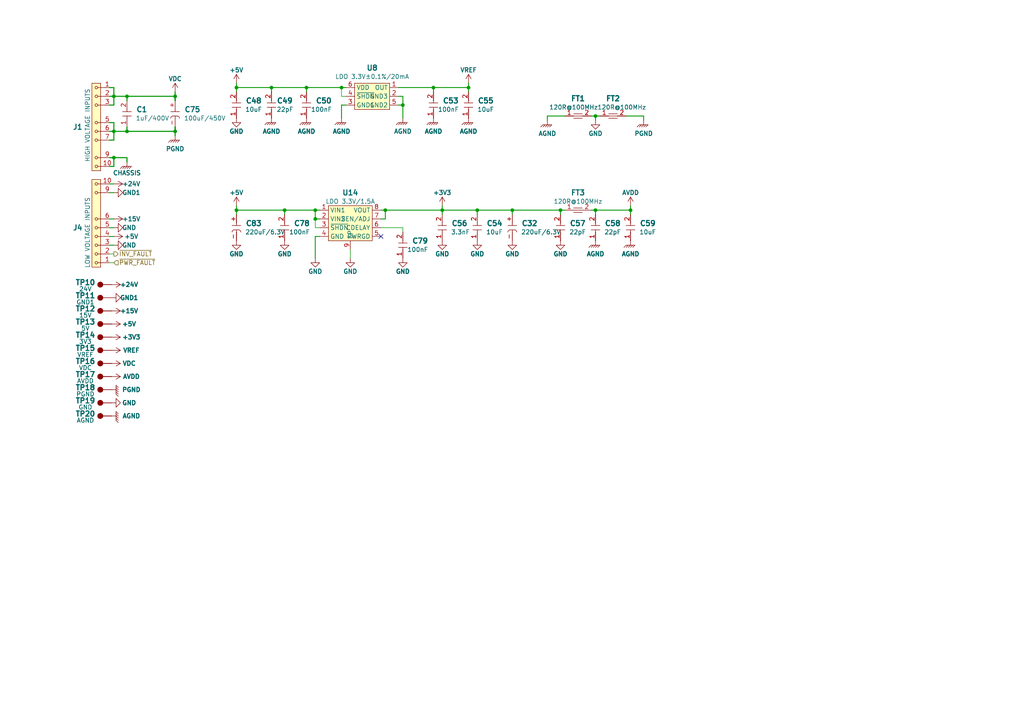
<source format=kicad_sch>
(kicad_sch (version 20231120) (generator "eeschema") (generator_version "8.0")
  (paper "A4")
  (lib_symbols
    (symbol "SAMPI:AGND" (power) (pin_names (offset 0))
      (property "Value" "AGND" (at 0 -3.175 0))
      (symbol "AGND_0_1"
        (polyline (pts (xy -1.27 -1.27) (xy -1.905 -1.905)))
        (polyline (pts (xy -1.27 -1.27) (xy 1.27 -1.27)))
        (polyline (pts (xy -0.635 -1.27) (xy -1.27 -1.905)))
        (polyline (pts (xy 0 -1.27) (xy -0.635 -1.905)))
        (polyline (pts (xy 0 0) (xy 0 -1.27)))
        (polyline (pts (xy 0.635 -1.27) (xy 0 -1.905)))
        (polyline (pts (xy 1.27 -1.27) (xy 0.635 -1.905)))
      )
      (symbol "AGND_1_1"
        (pin power_in line (at 0 0 90) (length 0) hide (name "AGND") (number "1"))
      )
    )
    (symbol "SAMPI:AVDD" (power) (pin_names (offset 0))
      (property "Value" "AVDD" (at 0 3.556 0))
      (symbol "AVDD_0_1"
        (polyline (pts (xy -0.762 1.27) (xy 0 2.54)))
        (polyline (pts (xy 0 0) (xy 0 2.54)))
        (polyline (pts (xy 0 2.54) (xy 0.762 1.27)))
      )
      (symbol "AVDD_1_1"
        (pin power_in line (at 0 0 90) (length 0) hide (name "AVDD") (number "1"))
      )
    )
    (symbol "SAMPI:CERCAP" (pin_names hide)
      (property "Reference" "C" (at -1.905 1.905 0))
      (property "Value" "CerCap" (at -1.905 0 0))
      (symbol "CERCAP_0_1"
        (polyline (pts (xy 0 -2.54) (xy 0.635 -2.54)))
        (polyline (pts (xy 0.635 -1.27) (xy 0.635 -3.81)))
        (polyline (pts (xy 1.905 -2.54) (xy 2.54 -2.54)))
        (polyline (pts (xy 1.905 -1.27) (xy 1.905 -3.81)))
      )
      (symbol "CERCAP_1_1"
        (pin bidirectional line (at -2.54 -2.54 0) (length 2.54) (name "1") (number "1"))
        (pin bidirectional line (at 5.08 -2.54 180) (length 2.54) (name "2") (number "2"))
      )
    )
    (symbol "SAMPI:CHASSIS" (power) (pin_names (offset 0))
      (property "Value" "CHASSIS" (at 0 -3.81 0))
      (symbol "CHASSIS_0_1"
        (polyline (pts (xy -1.27 -1.27) (xy -1.905 -1.905)))
        (polyline (pts (xy -1.27 -1.27) (xy 1.27 -1.27)))
        (polyline (pts (xy -0.635 -1.27) (xy -1.27 -1.905)))
        (polyline (pts (xy 0 -1.27) (xy -0.635 -1.905)))
        (polyline (pts (xy 0 0) (xy 0 -1.27)))
        (polyline (pts (xy 0.635 -1.27) (xy 0 -1.905)))
        (polyline (pts (xy 1.27 -1.27) (xy 0.635 -1.905)))
      )
      (symbol "CHASSIS_1_1"
        (pin power_in line (at 0 0 180) (length 0) hide (name "CHASSIS") (number "1"))
      )
    )
    (symbol "SAMPI:ELECCAP" (pin_names hide)
      (property "Reference" "C" (at -1.905 1.905 0))
      (property "Value" "Cer Cap" (at -1.905 0 0))
      (symbol "ELECCAP_0_1"
        (polyline (pts (xy 0.635 -1.27) (xy 0.635 -3.81)))
        (arc (start 2.54 -1.27) (mid 2.091 -1.456) (end 1.905 -1.905))
      )
      (symbol "ELECCAP_1_1"
        (polyline (pts (xy 0.635 -2.54) (xy 0 -2.54)))
        (polyline (pts (xy 1.905 -3.175) (xy 1.905 -1.905)))
        (polyline (pts (xy 2.54 -2.54) (xy 1.905 -2.54)))
        (arc (start 1.905 -3.175) (mid 2.091 -3.624) (end 2.54 -3.81))
        (pin bidirectional line (at -2.54 -2.54 0) (length 2.54) (name "+") (number "+"))
        (pin bidirectional line (at 5.08 -2.54 180) (length 2.54) (name "-") (number "-"))
      )
    )
    (symbol "SAMPI:FerriteBead" (pin_names hide)
      (property "Reference" "FT" (at -2.54 0.635 0))
      (property "Value" "Ferrite" (at -2.54 -1.27 0))
      (symbol "FerriteBead_0_1"
        (polyline (pts (xy 1.905 -4.445) (xy -0.635 -4.445)))
        (polyline (pts (xy 1.905 -3.81) (xy -0.635 -3.81)))
        (polyline (pts (xy 1.905 -3.175) (xy -0.635 -3.175)))
      )
      (symbol "FerriteBead_1_1"
        (pin bidirectional line (at -3.175 -3.81 0) (length 2.54) (name "1") (number "1"))
        (pin bidirectional line (at 4.445 -3.81 180) (length 2.54) (name "2") (number "2"))
      )
    )
    (symbol "SAMPI:MCP1501"
      (property "Reference" "U" (at 0 0 0))
      (property "Value" "MCP1501" (at 0 -1.905 0))
      (symbol "MCP1501_1_1"
        (rectangle (start 0 -3.81) (end 10.16 -11.43) (fill (type background)))
        (pin power_out line (at 12.7 -5.08 180) (length 2.54) (name "OUT") (number "1"))
        (pin power_in line (at 12.7 -7.62 180) (length 2.54) (name "GND3") (number "2"))
        (pin power_in line (at -2.54 -10.16 0) (length 2.54) (name "GND1") (number "3"))
        (pin input line (at -2.54 -7.62 0) (length 2.54) (name "~{SHDN}") (number "4"))
        (pin power_in line (at 12.7 -10.16 180) (length 2.54) (name "GND2") (number "5"))
        (pin power_in line (at -2.54 -5.08 0) (length 2.54) (name "VDD") (number "6"))
      )
    )
    (symbol "SAMPI:MCP1727"
      (property "Reference" "U" (at 0 0 0))
      (property "Value" "MCP1727" (at 0 -1.905 0))
      (symbol "MCP1727_1_1"
        (rectangle (start 0 -3.81) (end 12.7 -13.97) (fill (type background)))
        (pin power_in line (at -2.54 -5.08 0) (length 2.54) (name "VIN1") (number "1"))
        (pin power_in line (at -2.54 -7.62 0) (length 2.54) (name "VIN2") (number "2"))
        (pin input line (at -2.54 -10.16 0) (length 2.54) (name "~{SHDN}") (number "3"))
        (pin power_in line (at -2.54 -12.7 0) (length 2.54) (name "GND") (number "4"))
        (pin bidirectional line (at 15.24 -12.7 180) (length 2.54) (name "PWRGD") (number "5"))
        (pin bidirectional line (at 15.24 -10.16 180) (length 2.54) (name "CDELAY") (number "6"))
        (pin input line (at 15.24 -7.62 180) (length 2.54) (name "SEN/ADJ") (number "7"))
        (pin power_out line (at 15.24 -5.08 180) (length 2.54) (name "VOUT") (number "8"))
        (pin bidirectional line (at 6.35 -16.51 90) (length 2.54) (name "EP") (number "9"))
      )
    )
    (symbol "SAMPI:PGND" (power) (pin_names (offset 0))
      (property "Value" "PGND" (at 0 -3.175 0))
      (symbol "PGND_0_1"
        (polyline (pts (xy -1.27 -1.27) (xy -1.905 -1.905)))
        (polyline (pts (xy -1.27 -1.27) (xy 1.27 -1.27)))
        (polyline (pts (xy -0.635 -1.27) (xy -1.27 -1.905)))
        (polyline (pts (xy 0 -1.27) (xy -0.635 -1.905)))
        (polyline (pts (xy 0 0) (xy 0 -1.27)))
        (polyline (pts (xy 0.635 -1.27) (xy 0 -1.905)))
        (polyline (pts (xy 1.27 -1.27) (xy 0.635 -1.905)))
      )
      (symbol "PGND_1_1"
        (pin power_in line (at 0 0 90) (length 0) hide (name "PGND") (number "1"))
      )
    )
    (symbol "SAMPI:SIL10" (pin_names hide)
      (property "Reference" "J4" (at 7.62 -13.97 0))
      (property "Value" "LOW VOLTAGE INPUTS" (at 6.35 -22.86 90))
      (symbol "SIL10_0_0"
        (polyline (pts (xy 1.27 -26.67) (xy 3.429 -26.67)))
        (polyline (pts (xy 1.27 -24.13) (xy 3.429 -24.13)))
        (polyline (pts (xy 1.27 -16.51) (xy 3.429 -16.51)))
        (polyline (pts (xy 1.27 -13.97) (xy 3.429 -13.97)))
        (polyline (pts (xy 1.27 -11.43) (xy 3.429 -11.43)))
        (polyline (pts (xy 1.27 -8.89) (xy 3.429 -8.89)))
        (polyline (pts (xy 1.27 -6.35) (xy 3.429 -6.35)))
        (polyline (pts (xy 1.27 -3.81) (xy 3.429 -3.81)))
      )
      (symbol "SIL10_1_0"
        (rectangle (start 2.54 -2.54) (end 5.08 -27.94) (fill (type background)))
        (circle (center 3.81 -26.67) (radius 0.381))
        (circle (center 3.81 -24.13) (radius 0.381))
        (circle (center 3.81 -16.51) (radius 0.381))
        (circle (center 3.81 -13.97) (radius 0.381))
        (circle (center 3.81 -11.43) (radius 0.381))
        (circle (center 3.81 -8.89) (radius 0.381))
        (circle (center 3.81 -6.35) (radius 0.381))
        (circle (center 3.81 -3.81) (radius 0.381))
        (pin passive line (at 0 -3.81 0) (length 1.27) (name "1") (number "1"))
        (pin passive line (at 0 -26.67 0) (length 1.27) (name "10") (number "10"))
        (pin passive line (at 0 -6.35 0) (length 1.27) (name "2") (number "2"))
        (pin passive line (at 0 -8.89 0) (length 1.27) (name "3") (number "3"))
        (pin passive line (at 0 -11.43 0) (length 1.27) (name "4") (number "4"))
        (pin passive line (at 0 -13.97 0) (length 1.27) (name "5") (number "5"))
        (pin passive line (at 0 -16.51 0) (length 1.27) (name "6") (number "6"))
        (pin passive line (at 0 -24.13 0) (length 1.27) (name "9") (number "9"))
      )
    )
    (symbol "SAMPI:TESTPOINT" (pin_numbers hide) (pin_names hide)
      (property "Reference" "TP1" (at 0 4.445 0))
      (property "Value" "TP" (at 0 2.54 0))
      (symbol "TESTPOINT_1_1"
        (circle (center 0 0.762) (radius 0.762) (fill (type outline)))
        (pin passive line (at 0 -2.54 90) (length 2.54) (name "") (number "1"))
      )
    )
    (symbol "SAMPI:VREF" (power) (pin_names (offset 0))
      (property "Value" "VREF" (at 0 3.556 0))
      (symbol "VREF_0_1"
        (polyline (pts (xy -0.762 1.27) (xy 0 2.54)))
        (polyline (pts (xy 0 0) (xy 0 2.54)))
        (polyline (pts (xy 0 2.54) (xy 0.762 1.27)))
      )
      (symbol "VREF_1_1"
        (pin power_in line (at 0 0 90) (length 0) hide (name "VREF") (number "1"))
      )
    )
    (symbol "SIL10_1" (pin_names hide)
      (property "Reference" "J1" (at 7.62 -15.24 0))
      (property "Value" "HIGH VOLTAGE INPUTS" (at 6.35 -25.4 90))
      (symbol "SIL10_1_0_0"
        (polyline (pts (xy 1.27 -26.67) (xy 3.429 -26.67)))
        (polyline (pts (xy 1.27 -24.13) (xy 3.429 -24.13)))
        (polyline (pts (xy 1.27 -19.05) (xy 3.429 -19.05)))
        (polyline (pts (xy 1.27 -16.51) (xy 3.429 -16.51)))
        (polyline (pts (xy 1.27 -13.97) (xy 3.429 -13.97)))
        (polyline (pts (xy 1.27 -8.89) (xy 3.429 -8.89)))
        (polyline (pts (xy 1.27 -6.35) (xy 3.429 -6.35)))
        (polyline (pts (xy 1.27 -3.81) (xy 3.429 -3.81)))
      )
      (symbol "SIL10_1_1_0"
        (rectangle (start 2.54 -2.54) (end 5.08 -27.94) (fill (type background)))
        (circle (center 3.81 -26.67) (radius 0.381))
        (circle (center 3.81 -24.13) (radius 0.381))
        (circle (center 3.81 -19.05) (radius 0.381))
        (circle (center 3.81 -16.51) (radius 0.381))
        (circle (center 3.81 -13.97) (radius 0.381))
        (circle (center 3.81 -8.89) (radius 0.381))
        (circle (center 3.81 -6.35) (radius 0.381))
        (circle (center 3.81 -3.81) (radius 0.381))
        (pin passive line (at 0 -3.81 0) (length 1.27) (name "1") (number "1"))
        (pin passive line (at 0 -26.67 0) (length 1.27) (name "10") (number "10"))
        (pin passive line (at 0 -6.35 0) (length 1.27) (name "2") (number "2"))
        (pin passive line (at 0 -8.89 0) (length 1.27) (name "3") (number "3"))
        (pin passive line (at 0 -13.97 0) (length 1.27) (name "5") (number "5"))
        (pin passive line (at 0 -16.51 0) (length 1.27) (name "6") (number "6"))
        (pin passive line (at 0 -19.05 0) (length 1.27) (name "7") (number "7"))
        (pin passive line (at 0 -24.13 0) (length 1.27) (name "9") (number "9"))
      )
    )
    (symbol "power:+15V" (power) (pin_names (offset 0))
      (property "Value" "+15V" (at 0 3.556 0))
      (symbol "+15V_0_1"
        (polyline (pts (xy -0.762 1.27) (xy 0 2.54)))
        (polyline (pts (xy 0 0) (xy 0 2.54)))
        (polyline (pts (xy 0 2.54) (xy 0.762 1.27)))
      )
      (symbol "+15V_1_1"
        (pin power_in line (at 0 0 90) (length 0) hide (name "+15V") (number "1"))
      )
    )
    (symbol "power:+24V" (power) (pin_names (offset 0))
      (property "Value" "+24V" (at 0 3.556 0))
      (symbol "+24V_0_1"
        (polyline (pts (xy -0.762 1.27) (xy 0 2.54)))
        (polyline (pts (xy 0 0) (xy 0 2.54)))
        (polyline (pts (xy 0 2.54) (xy 0.762 1.27)))
      )
      (symbol "+24V_1_1"
        (pin power_in line (at 0 0 90) (length 0) hide (name "+24V") (number "1"))
      )
    )
    (symbol "power:+3V3" (power) (pin_names (offset 0))
      (property "Value" "+3V3" (at 0 3.556 0))
      (symbol "+3V3_0_1"
        (polyline (pts (xy -0.762 1.27) (xy 0 2.54)))
        (polyline (pts (xy 0 0) (xy 0 2.54)))
        (polyline (pts (xy 0 2.54) (xy 0.762 1.27)))
      )
      (symbol "+3V3_1_1"
        (pin power_in line (at 0 0 90) (length 0) hide (name "+3V3") (number "1"))
      )
    )
    (symbol "power:+5V" (power) (pin_names (offset 0))
      (property "Value" "+5V" (at 0 3.556 0))
      (symbol "+5V_0_1"
        (polyline (pts (xy -0.762 1.27) (xy 0 2.54)))
        (polyline (pts (xy 0 0) (xy 0 2.54)))
        (polyline (pts (xy 0 2.54) (xy 0.762 1.27)))
      )
      (symbol "+5V_1_1"
        (pin power_in line (at 0 0 90) (length 0) hide (name "+5V") (number "1"))
      )
    )
    (symbol "power:GND" (power) (pin_names (offset 0))
      (property "Value" "GND" (at 0 -3.81 0))
      (symbol "GND_0_1"
        (polyline (pts (xy 0 0) (xy 0 -1.27) (xy 1.27 -1.27) (xy 0 -2.54) (xy -1.27 -1.27) (xy 0 -1.27)))
      )
      (symbol "GND_1_1"
        (pin power_in line (at 0 0 270) (length 0) hide (name "GND") (number "1"))
      )
    )
    (symbol "power:GND1" (power) (pin_names (offset 0))
      (property "Value" "GND1" (at 0 -3.81 0))
      (symbol "GND1_0_1"
        (polyline (pts (xy 0 0) (xy 0 -1.27) (xy 1.27 -1.27) (xy 0 -2.54) (xy -1.27 -1.27) (xy 0 -1.27)))
      )
      (symbol "GND1_1_1"
        (pin power_in line (at 0 0 270) (length 0) hide (name "GND1") (number "1"))
      )
    )
    (symbol "power:VDC" (power) (pin_names (offset 0))
      (property "Value" "VDC" (at 0 6.35 0))
      (symbol "VDC_0_1"
        (polyline (pts (xy -0.762 1.27) (xy 0 2.54)))
        (polyline (pts (xy 0 0) (xy 0 2.54)))
        (polyline (pts (xy 0 2.54) (xy 0.762 1.27)))
      )
      (symbol "VDC_1_1"
        (pin power_in line (at 0 0 90) (length 0) hide (name "VDC") (number "1"))
      )
    )
  )
  (junction (at 99.06 25.4))
  (junction (at 125.73 25.4))
  (junction (at 50.8 38.1))
  (junction (at 128.27 60.96))
  (junction (at 68.58 25.4))
  (junction (at 33.02 27.94))
  (junction (at 36.83 27.94))
  (junction (at 88.9 25.4))
  (junction (at 33.02 38.1))
  (junction (at 50.8 27.94))
  (junction (at 33.02 45.72))
  (junction (at 91.44 63.5))
  (junction (at 36.83 38.1))
  (junction (at 148.59 60.96))
  (junction (at 135.89 25.4))
  (junction (at 172.72 33.655))
  (junction (at 68.58 60.96))
  (junction (at 78.74 25.4))
  (junction (at 162.56 60.96))
  (junction (at 111.76 60.96))
  (junction (at 138.43 60.96))
  (junction (at 182.88 60.96))
  (junction (at 91.44 60.96))
  (junction (at 172.72 60.96))
  (junction (at 116.84 30.48))
  (junction (at 82.55 60.96))
  (no_connect (at 110.49 68.58))
  (wire (pts (xy 50.8 27.94) (xy 36.83 27.94)) (stroke (width 0.3)))
  (wire (pts (xy 91.44 74.93) (xy 91.44 68.58)) (stroke (width 0.25)))
  (wire (pts (xy 82.55 60.96) (xy 82.55 62.23)) (stroke (width 0.25)))
  (wire (pts (xy 33.02 45.72) (xy 31.75 45.72)) (stroke (width 0.3)))
  (wire (pts (xy 33.02 40.64) (xy 31.75 40.64)) (stroke (width 0.3)))
  (wire (pts (xy 50.8 38.1) (xy 50.8 39.37)) (stroke (width 0.3)))
  (wire (pts (xy 171.45 60.96) (xy 172.72 60.96)) (stroke (width 0.25)))
  (wire (pts (xy 33.02 27.94) (xy 33.02 30.48)) (stroke (width 0.3)))
  (wire (pts (xy 33.02 35.56) (xy 31.75 35.56)) (stroke (width 0.3)))
  (wire (pts (xy 33.02 27.94) (xy 31.75 27.94)) (stroke (width 0.3)))
  (wire (pts (xy 172.72 33.655) (xy 172.72 34.925)) (stroke (width 0.25)))
  (wire (pts (xy 50.8 26.67) (xy 50.8 27.94)) (stroke (width 0.3)))
  (wire (pts (xy 68.58 62.23) (xy 68.58 60.96)) (stroke (width 0.25)))
  (wire (pts (xy 128.27 60.96) (xy 138.43 60.96)) (stroke (width 0.25)))
  (wire (pts (xy 91.44 66.04) (xy 91.44 63.5)))
  (wire (pts (xy 116.84 66.04) (xy 116.84 67.31)))
  (wire (pts (xy 172.72 33.655) (xy 173.99 33.655)) (stroke (width 0.25)))
  (wire (pts (xy 33.02 25.4) (xy 33.02 27.94)) (stroke (width 0.3)))
  (wire (pts (xy 138.43 60.96) (xy 138.43 62.23)) (stroke (width 0.25)))
  (wire (pts (xy 68.58 24.13) (xy 68.58 25.4)) (stroke (width 0.25)))
  (wire (pts (xy 172.72 60.96) (xy 182.88 60.96)) (stroke (width 0.25)))
  (wire (pts (xy 162.56 60.96) (xy 162.56 62.23)) (stroke (width 0.25)))
  (wire (pts (xy 186.69 33.655) (xy 181.61 33.655)) (stroke (width 0.25)))
  (wire (pts (xy 116.84 30.48) (xy 116.84 34.29)) (stroke (width 0.25)))
  (wire (pts (xy 110.49 63.5) (xy 111.76 63.5)) (stroke (width 0.25)))
  (wire (pts (xy 182.88 62.23) (xy 182.88 60.96)) (stroke (width 0.25)))
  (wire (pts (xy 33.02 55.88) (xy 31.75 55.88)) (stroke (width 0.25)))
  (wire (pts (xy 68.58 25.4) (xy 68.58 26.67)) (stroke (width 0.25)))
  (wire (pts (xy 36.83 45.72) (xy 36.83 46.99)) (stroke (width 0.3)))
  (wire (pts (xy 99.06 34.29) (xy 99.06 30.48)) (stroke (width 0.25)))
  (wire (pts (xy 36.83 27.94) (xy 36.83 29.21)) (stroke (width 0.3)))
  (wire (pts (xy 148.59 60.96) (xy 162.56 60.96)) (stroke (width 0.25)))
  (wire (pts (xy 33.02 38.1) (xy 33.02 40.64)) (stroke (width 0.3)))
  (wire (pts (xy 110.49 66.04) (xy 116.84 66.04)))
  (wire (pts (xy 33.02 76.2) (xy 31.75 76.2)))
  (wire (pts (xy 68.58 25.4) (xy 78.74 25.4)) (stroke (width 0.25)))
  (wire (pts (xy 50.8 38.1) (xy 36.83 38.1)) (stroke (width 0.3)))
  (wire (pts (xy 99.06 30.48) (xy 100.33 30.48)) (stroke (width 0.25)))
  (wire (pts (xy 33.02 48.26) (xy 31.75 48.26)) (stroke (width 0.3)))
  (wire (pts (xy 128.27 60.96) (xy 128.27 62.23)) (stroke (width 0.25)))
  (wire (pts (xy 78.74 25.4) (xy 78.74 26.67)) (stroke (width 0.25)))
  (wire (pts (xy 115.57 30.48) (xy 116.84 30.48)) (stroke (width 0.25)))
  (wire (pts (xy 33.02 38.1) (xy 33.02 35.56)) (stroke (width 0.3)))
  (wire (pts (xy 135.89 26.67) (xy 135.89 25.4)) (stroke (width 0.25)))
  (wire (pts (xy 138.43 60.96) (xy 148.59 60.96)) (stroke (width 0.25)))
  (wire (pts (xy 125.73 25.4) (xy 135.89 25.4)) (stroke (width 0.25)))
  (wire (pts (xy 111.76 60.96) (xy 128.27 60.96)) (stroke (width 0.25)))
  (wire (pts (xy 101.6 74.93) (xy 101.6 72.39)))
  (wire (pts (xy 33.02 73.66) (xy 31.75 73.66)))
  (wire (pts (xy 78.74 25.4) (xy 88.9 25.4)) (stroke (width 0.25)))
  (wire (pts (xy 33.02 68.58) (xy 31.75 68.58)) (stroke (width 0.25)))
  (wire (pts (xy 162.56 60.96) (xy 163.83 60.96)) (stroke (width 0.25)))
  (wire (pts (xy 91.44 68.58) (xy 92.71 68.58)) (stroke (width 0.25)))
  (wire (pts (xy 68.58 60.96) (xy 82.55 60.96)) (stroke (width 0.25)))
  (wire (pts (xy 171.45 33.655) (xy 172.72 33.655)) (stroke (width 0.25)))
  (wire (pts (xy 36.83 45.72) (xy 33.02 45.72)) (stroke (width 0.3)))
  (wire (pts (xy 50.8 38.1) (xy 36.83 38.1)))
  (wire (pts (xy 186.69 34.925) (xy 186.69 33.655)) (stroke (width 0.25)))
  (wire (pts (xy 36.83 36.83) (xy 36.83 38.1)) (stroke (width 0.3)))
  (wire (pts (xy 99.06 27.94) (xy 99.06 25.4)))
  (wire (pts (xy 91.44 63.5) (xy 91.44 60.96)) (stroke (width 0.25)))
  (wire (pts (xy 110.49 60.96) (xy 111.76 60.96)) (stroke (width 0.25)))
  (wire (pts (xy 148.59 60.96) (xy 148.59 62.23)) (stroke (width 0.25)))
  (wire (pts (xy 172.72 60.96) (xy 172.72 62.23)) (stroke (width 0.25)))
  (wire (pts (xy 33.02 25.4) (xy 31.75 25.4)) (stroke (width 0.3)))
  (wire (pts (xy 158.75 34.925) (xy 158.75 33.655)) (stroke (width 0.25)))
  (wire (pts (xy 125.73 25.4) (xy 125.73 26.67)) (stroke (width 0.25)))
  (wire (pts (xy 135.89 24.13) (xy 135.89 25.4)) (stroke (width 0.25)))
  (wire (pts (xy 33.02 38.1) (xy 31.75 38.1)) (stroke (width 0.3)))
  (wire (pts (xy 33.02 53.34) (xy 31.75 53.34)) (stroke (width 0.25)))
  (wire (pts (xy 92.71 66.04) (xy 91.44 66.04)))
  (wire (pts (xy 50.8 36.83) (xy 50.8 38.1)) (stroke (width 0.381)))
  (wire (pts (xy 31.75 66.04) (xy 33.02 66.04)) (stroke (width 0.25)))
  (wire (pts (xy 68.58 59.69) (xy 68.58 60.96)) (stroke (width 0.25)))
  (wire (pts (xy 33.02 45.72) (xy 33.02 48.26)) (stroke (width 0.3)))
  (wire (pts (xy 31.75 63.5) (xy 33.02 63.5)) (stroke (width 0.25)))
  (wire (pts (xy 158.75 33.655) (xy 163.83 33.655)) (stroke (width 0.25)))
  (wire (pts (xy 88.9 25.4) (xy 99.06 25.4)) (stroke (width 0.25)))
  (wire (pts (xy 91.44 60.96) (xy 92.71 60.96)) (stroke (width 0.25)))
  (wire (pts (xy 182.88 59.69) (xy 182.88 60.96)) (stroke (width 0.25)))
  (wire (pts (xy 100.33 25.4) (xy 99.06 25.4)) (stroke (width 0.25)))
  (wire (pts (xy 36.83 38.1) (xy 33.02 38.1)) (stroke (width 0.3)))
  (wire (pts (xy 82.55 60.96) (xy 91.44 60.96)) (stroke (width 0.25)))
  (wire (pts (xy 33.02 71.12) (xy 31.75 71.12)) (stroke (width 0.25)))
  (wire (pts (xy 33.02 30.48) (xy 31.75 30.48)) (stroke (width 0.3)))
  (wire (pts (xy 100.33 27.94) (xy 99.06 27.94)))
  (wire (pts (xy 111.76 63.5) (xy 111.76 60.96)) (stroke (width 0.25)))
  (wire (pts (xy 128.27 59.69) (xy 128.27 60.96)) (stroke (width 0.25)))
  (wire (pts (xy 92.71 63.5) (xy 91.44 63.5)) (stroke (width 0.25)))
  (wire (pts (xy 50.8 27.94) (xy 50.8 29.21)) (stroke (width 0.381)))
  (wire (pts (xy 115.57 27.94) (xy 116.84 27.94)) (stroke (width 0.25)))
  (wire (pts (xy 88.9 25.4) (xy 88.9 26.67)) (stroke (width 0.25)))
  (wire (pts (xy 116.84 27.94) (xy 116.84 30.48)) (stroke (width 0.25)))
  (wire (pts (xy 115.57 25.4) (xy 125.73 25.4)) (stroke (width 0.25)))
  (wire (pts (xy 33.02 27.94) (xy 36.83 27.94)) (stroke (width 0.3)))
  (hierarchical_label "~{PWR_FAULT}" (shape input) (at 33.02 76.2 0))
  (hierarchical_label "~{INV_FAULT}" (shape output) (at 33.02 73.66 0))
  (symbol (lib_id "power:GND") (at 32.385 116.84 90) (unit 1)
    (property "Reference" "#PWR0211" (effects (hide yes)))
    (property "Value" "GND" (at 37.465 116.84 90) (effects (font (bold yes))))
  )
  (symbol (lib_id "power:+5V") (at 33.02 68.58 270) (unit 1)
    (property "Reference" "#PWR0101" (effects (hide yes)))
    (property "Value" "+5V" (at 38.1 68.58 90) (effects (font (bold yes))))
  )
  (symbol (lib_id "power:+24V") (at 33.02 53.34 270) (mirror x) (unit 1)
    (property "Reference" "#PWR02" (effects (hide yes)))
    (property "Value" "+24V" (at 38.1 53.34 90) (effects (font (bold yes))))
  )
  (symbol (lib_id "power:GND") (at 68.58 34.29 0) (mirror y) (unit 1)
    (property "Reference" "#PWR015" (effects (hide yes)))
    (property "Value" "GND" (at 68.58 38.1 0) (effects (font (bold yes))))
  )
  (symbol (lib_id "SAMPI:CERCAP") (at 133.35 31.75 90) (unit 1)
    (property "Reference" "C55" (at 138.43 29.2099 90) (effects (font (size 1.5 1.5) (bold yes)) (justify right)))
    (property "Value" "10uF" (at 138.43 31.7499 90) (effects (justify right)))
    (property "Footprint" "SAMPI:CAP0603" (effects (hide yes)))
    (property "Description" "CAP CER 10UF 6.3V X5R 0603" (effects (hide yes)))
    (property "MNP" "CL10A106MQ8NNNC" (effects (hide yes)))
    (property "Unit Price" "0.079" (effects (hide yes)))
    (property "MFT" "Samsung" (effects (hide yes)))
    (property "Checked" "OK" (effects (hide yes)))
  )
  (symbol (lib_id "SAMPI:ELECCAP") (at 71.12 64.77 270) (unit 1)
    (property "Reference" "C83" (at 71.12 64.7699 90) (effects (font (size 1.5 1.5) (bold yes)) (justify left)))
    (property "Value" "220uF/6.3V" (at 71.12 67.3099 90) (effects (justify left)))
    (property "Footprint" "SAMPI:CAP1411" (effects (hide yes)))
    (property "Description" "CAP TANT 220UF 20% 6.3V 1411" (effects (hide yes)))
    (property "MNP" "TLJB227M006R0500" (effects (hide yes)))
    (property "Unit Price" "1.01" (effects (hide yes)))
    (property "MFT" "KAVX" (effects (hide yes)))
    (property "Checked" "OK" (effects (hide yes)))
  )
  (symbol (lib_id "power:GND") (at 162.56 69.85 0) (unit 1)
    (property "Reference" "#PWR098" (effects (hide yes)))
    (property "Value" "GND" (at 162.56 73.66 0) (effects (font (bold yes))))
  )
  (symbol (lib_id "SAMPI:AGND") (at 125.73 34.29 0) (unit 1)
    (property "Reference" "#PWR092" (effects (hide yes)))
    (property "Value" "AGND" (at 125.73 38.1 0) (effects (font (bold yes))))
  )
  (symbol (lib_id "SAMPI:AGND") (at 182.88 69.85 0) (unit 1)
    (property "Reference" "#PWR0108" (effects (hide yes)))
    (property "Value" "AGND" (at 182.88 73.66 0) (effects (font (bold yes))))
  )
  (symbol (lib_id "power:GND") (at 138.43 69.85 0) (unit 1)
    (property "Reference" "#PWR093" (effects (hide yes)))
    (property "Value" "GND" (at 138.43 73.66 0) (effects (font (bold yes))))
  )
  (symbol (lib_id "SAMPI:VREF") (at 32.385 101.6 270) (unit 1)
    (property "Reference" "#PWR0209" (effects (hide yes)))
    (property "Value" "VREF" (at 38.1 101.6 90) (effects (font (bold yes))))
  )
  (symbol (lib_id "SAMPI:CERCAP") (at 66.04 31.75 90) (unit 1)
    (property "Reference" "C48" (at 71.12 29.2099 90) (effects (font (size 1.5 1.5) (bold yes)) (justify right)))
    (property "Value" "10uF" (at 71.12 31.7499 90) (effects (justify right)))
    (property "Footprint" "SAMPI:CAP0603" (effects (hide yes)))
    (property "Description" "CAP CER 10UF 6.3V X5R 0603" (effects (hide yes)))
    (property "MNP" "CL10A106MQ8NNNC" (effects (hide yes)))
    (property "Unit Price" "0.079" (effects (hide yes)))
    (property "MFT" "Samsung" (effects (hide yes)))
    (property "Checked" "OK" (effects (hide yes)))
  )
  (symbol (lib_id "SAMPI:TESTPOINT") (at 29.845 93.98 90) (unit 1) (in_bom no)
    (property "Reference" "TP13" (at 24.765 93.345 90) (effects (font (size 1.5 1.5) (bold yes))))
    (property "Value" "5V" (at 24.765 95.25 90))
    (property "Footprint" "SAMPI:TP1MM" (effects (hide yes)))
  )
  (symbol (lib_id "SAMPI:AVDD") (at 182.88 59.69 0) (unit 1)
    (property "Reference" "#PWR0107" (effects (hide yes)))
    (property "Value" "AVDD" (at 182.88 55.88 0) (effects (font (bold yes))))
  )
  (symbol (lib_id "SAMPI:SIL10") (at 31.75 80.01 180) (unit 1)
    (property "Reference" "J4" (at 24.13 66.04 0) (effects (font (size 1.5 1.5) (bold yes)) (justify left)))
    (property "Value" "LOW VOLTAGE INPUTS" (at 25.4 57.15 90) (effects (justify left)))
    (property "Footprint" "SAMPI:HDM1x10x2.54_TH_RA" (effects (hide yes)))
    (property "Description" "CONN HDR 10POS 0.1 TIN PCB R/A" (effects (hide yes)))
    (property "MFT" "Sullins" (effects (hide yes)))
    (property "MNP" "PPTC101LGBN-RC" (effects (hide yes)))
    (property "Checked" "OK" (effects (hide yes)))
  )
  (symbol (lib_name "SIL10_1") (lib_id "SAMPI:SIL10") (at 31.75 21.59 0) (mirror y) (unit 1)
    (property "Reference" "J1" (at 24.13 36.83 0) (effects (font (size 1.5 1.5) (bold yes)) (justify left)))
    (property "Value" "HIGH VOLTAGE INPUTS" (at 25.4 46.99 90) (effects (justify left)))
    (property "Footprint" "SAMPI:HDM1x10x2.54_TH_RA" (effects (hide yes)))
    (property "Description" "CONN HDR 10POS 0.1 TIN PCB R/A" (effects (hide yes)))
    (property "MFT" "Sullins" (effects (hide yes)))
    (property "MNP" "PPTC101LGBN-RC" (effects (hide yes)))
    (property "Checked" "OK" (effects (hide yes)))
  )
  (symbol (lib_id "SAMPI:AGND") (at 78.74 34.29 0) (unit 1)
    (property "Reference" "#PWR084" (effects (hide yes)))
    (property "Value" "AGND" (at 78.74 38.1 0) (effects (font (bold yes))))
  )
  (symbol (lib_id "SAMPI:TESTPOINT") (at 29.845 120.65 90) (unit 1) (in_bom no)
    (property "Reference" "TP20" (at 24.765 120.015 90) (effects (font (size 1.5 1.5) (bold yes))))
    (property "Value" "AGND" (at 24.765 121.92 90))
    (property "Footprint" "SAMPI:TP1MM" (effects (hide yes)))
  )
  (symbol (lib_id "power:GND") (at 33.02 71.12 90) (unit 1)
    (property "Reference" "#PWR0103" (effects (hide yes)))
    (property "Value" "GND" (at 37.465 71.12 90) (effects (font (bold yes))))
  )
  (symbol (lib_id "SAMPI:VREF") (at 135.89 24.13 0) (unit 1)
    (property "Reference" "#PWR094" (effects (hide yes)))
    (property "Value" "VREF" (at 135.89 20.32 0) (effects (font (bold yes))))
  )
  (symbol (lib_id "SAMPI:AGND") (at 32.385 120.65 90) (unit 1)
    (property "Reference" "#PWR0204" (effects (hide yes)))
    (property "Value" "AGND" (at 38.1 120.65 90) (effects (font (bold yes))))
  )
  (symbol (lib_id "SAMPI:CERCAP") (at 180.34 67.31 90) (unit 1)
    (property "Reference" "C59" (at 185.42 64.7699 90) (effects (font (size 1.5 1.5) (bold yes)) (justify right)))
    (property "Value" "10uF" (at 185.42 67.3099 90) (effects (justify right)))
    (property "Footprint" "SAMPI:CAP0603" (effects (hide yes)))
    (property "Description" "CAP CER 10UF 6.3V X5R 0603" (effects (hide yes)))
    (property "MNP" "CL10A106MQ8NNNC" (effects (hide yes)))
    (property "Unit Price" "0.079" (effects (hide yes)))
    (property "MFT" "Samsung" (effects (hide yes)))
    (property "Checked" "OK" (effects (hide yes)))
  )
  (symbol (lib_id "power:GND") (at 82.55 69.85 0) (unit 1)
    (property "Reference" "#PWR0195" (effects (hide yes)))
    (property "Value" "GND" (at 82.55 73.66 0) (effects (font (bold yes))))
  )
  (symbol (lib_id "SAMPI:CERCAP") (at 125.73 67.31 90) (unit 1)
    (property "Reference" "C56" (at 130.81 64.7699 90) (effects (font (size 1.5 1.5) (bold yes)) (justify right)))
    (property "Value" "3.3nF" (at 130.81 67.3099 90) (effects (justify right)))
    (property "Footprint" "SAMPI:CAP0603" (effects (hide yes)))
    (property "Description" "CAP CER 3.3nF 50V X7R 0603" (effects (hide yes)))
    (property "Unit Price" "0.031" (effects (hide yes)))
    (property "MNP" "CL10B332KB8NNNC" (effects (hide yes)))
    (property "MFT" "Samsung" (effects (hide yes)))
    (property "Checked" "OK" (effects (hide yes)))
  )
  (symbol (lib_id "SAMPI:CERCAP") (at 123.19 31.75 90) (unit 1)
    (property "Reference" "C53" (at 128.27 29.2099 90) (effects (font (size 1.5 1.5) (bold yes)) (justify right)))
    (property "Value" "100nF" (at 127 31.75 90) (effects (justify right)))
    (property "Footprint" "SAMPI:CAP0603" (effects (hide yes)))
    (property "Description" "CAP CER 0.1UF 50V X7R 0603" (effects (hide yes)))
    (property "MNP" "CL10B104KB8NNNC" (effects (hide yes)))
    (property "Unit Price" "0.0146" (effects (hide yes)))
    (property "MFT" "Samsung" (effects (hide yes)))
    (property "Checked" "OK" (effects (hide yes)))
  )
  (symbol (lib_id "SAMPI:CERCAP") (at 114.3 72.39 90) (unit 1)
    (property "Reference" "C79" (at 119.38 69.8499 90) (effects (font (size 1.5 1.5) (bold yes)) (justify right)))
    (property "Value" "100nF" (at 118.11 72.39 90) (effects (justify right)))
    (property "Footprint" "SAMPI:CAP0603" (effects (hide yes)))
    (property "Description" "CAP CER 0.1UF 50V X7R 0603" (effects (hide yes)))
    (property "MNP" "CL10B104KB8NNNC" (effects (hide yes)))
    (property "MFT" "Samsung" (effects (hide yes)))
    (property "Unit Price" "0.0146" (effects (hide yes)))
    (property "Checked" "OK" (effects (hide yes)))
  )
  (symbol (lib_id "SAMPI:AGND") (at 116.84 34.29 0) (unit 1)
    (property "Reference" "#PWR091" (effects (hide yes)))
    (property "Value" "AGND" (at 116.84 38.1 0) (effects (font (bold yes))))
  )
  (symbol (lib_id "SAMPI:TESTPOINT") (at 29.845 101.6 90) (unit 1) (in_bom no)
    (property "Reference" "TP15" (at 24.765 100.965 90) (effects (font (size 1.5 1.5) (bold yes))))
    (property "Value" "VREF" (at 24.765 102.87 90))
    (property "Footprint" "SAMPI:TP1MM" (effects (hide yes)))
  )
  (symbol (lib_id "SAMPI:TESTPOINT") (at 29.845 90.17 90) (unit 1) (in_bom no)
    (property "Reference" "TP12" (at 24.765 89.535 90) (effects (font (size 1.5 1.5) (bold yes))))
    (property "Value" "15V" (at 24.765 91.44 90))
    (property "Footprint" "SAMPI:TP1MM" (effects (hide yes)))
  )
  (symbol (lib_id "power:GND") (at 101.6 74.93 0) (unit 1)
    (property "Reference" "#PWR0197" (effects (hide yes)))
    (property "Value" "GND" (at 101.6 78.74 0) (effects (font (bold yes))))
  )
  (symbol (lib_id "power:+15V") (at 32.385 90.17 270) (mirror x) (unit 1)
    (property "Reference" "#PWR0202" (effects (hide yes)))
    (property "Value" "+15V" (at 37.465 90.17 90) (effects (font (bold yes))))
  )
  (symbol (lib_id "SAMPI:TESTPOINT") (at 29.845 97.79 90) (unit 1) (in_bom no)
    (property "Reference" "TP14" (at 24.765 97.155 90) (effects (font (size 1.5 1.5) (bold yes))))
    (property "Value" "3V3" (at 24.765 99.06 90))
    (property "Footprint" "SAMPI:TP1MM" (effects (hide yes)))
  )
  (symbol (lib_id "SAMPI:CERCAP") (at 135.89 67.31 90) (unit 1)
    (property "Reference" "C54" (at 140.97 64.7699 90) (effects (font (size 1.5 1.5) (bold yes)) (justify right)))
    (property "Value" "10uF" (at 140.97 67.3099 90) (effects (justify right)))
    (property "Footprint" "SAMPI:CAP0603" (effects (hide yes)))
    (property "Description" "CAP CER 10UF 6.3V X5R 0603" (effects (hide yes)))
    (property "MNP" "CL10A106MQ8NNNC" (effects (hide yes)))
    (property "Unit Price" "0.079" (effects (hide yes)))
    (property "MFT" "Samsung" (effects (hide yes)))
    (property "Checked" "OK" (effects (hide yes)))
  )
  (symbol (lib_id "SAMPI:CERCAP") (at 160.02 67.31 90) (unit 1)
    (property "Reference" "C57" (at 165.1 64.7699 90) (effects (font (size 1.5 1.5) (bold yes)) (justify right)))
    (property "Value" "22pF" (at 165.1 67.3099 90) (effects (justify right)))
    (property "Footprint" "SAMPI:CAP0603" (effects (hide yes)))
    (property "Description" "CAP CER 22PF 50V C0G/NP0 0603" (effects (hide yes)))
    (property "MNP" "0603N220J500CT" (effects (hide yes)))
    (property "Unit Price" "0.012" (effects (hide yes)))
    (property "MFT" "Walsin" (effects (hide yes)))
    (property "Checked" "OK" (effects (hide yes)))
  )
  (symbol (lib_id "SAMPI:AGND") (at 158.75 34.925 0) (unit 1)
    (property "Reference" "#PWR010" (effects (hide yes)))
    (property "Value" "AGND" (at 158.75 38.735 0) (effects (font (bold yes))))
  )
  (symbol (lib_id "SAMPI:ELECCAP") (at 151.13 64.77 270) (unit 1)
    (property "Reference" "C32" (at 151.13 64.7699 90) (effects (font (size 1.5 1.5) (bold yes)) (justify left)))
    (property "Value" "220uF/6.3V" (at 151.13 67.3099 90) (effects (justify left)))
    (property "Footprint" "SAMPI:CAP1411" (effects (hide yes)))
    (property "Description" "CAP TANT 220UF 20% 6.3V 1411" (effects (hide yes)))
    (property "MNP" "TLJB227M006R0500" (effects (hide yes)))
    (property "Unit Price" "1.01" (effects (hide yes)))
    (property "MFT" "KAVX" (effects (hide yes)))
    (property "Checked" "OK" (effects (hide yes)))
  )
  (symbol (lib_id "power:VDC") (at 32.385 105.41 270) (mirror x) (unit 1)
    (property "Reference" "#PWR0206" (effects (hide yes)))
    (property "Value" "VDC" (at 37.465 105.41 90) (effects (font (bold yes))))
  )
  (symbol (lib_id "power:GND") (at 128.27 69.85 0) (unit 1)
    (property "Reference" "#PWR097" (effects (hide yes)))
    (property "Value" "GND" (at 128.27 73.66 0) (effects (font (bold yes))))
  )
  (symbol (lib_id "SAMPI:FerriteBead") (at 177.165 29.845 0) (unit 1)
    (property "Reference" "FT2" (at 177.8 28.575 0) (effects (font (size 1.5 1.5) (bold yes))))
    (property "Value" "120R@100MHz" (at 180.34 31.115 0))
    (property "Footprint" "SAMPI:FT0603" (effects (hide yes)))
    (property "Description" "FERRITE BEAD 120 OHM 1A 0603 1LN" (effects (hide yes)))
    (property "Unit Price" "0.058" (effects (hide yes)))
    (property "MNP" "PE-0603PFB121ST" (effects (hide yes)))
    (property "MFT" "Pulse" (effects (hide yes)))
    (property "Checked" "OK" (effects (hide yes)))
  )
  (symbol (lib_id "SAMPI:AGND") (at 172.72 69.85 0) (unit 1)
    (property "Reference" "#PWR0102" (effects (hide yes)))
    (property "Value" "AGND" (at 172.72 73.66 0) (effects (font (bold yes))))
  )
  (symbol (lib_id "power:GND") (at 172.72 34.925 0) (unit 1)
    (property "Reference" "#PWR011" (effects (hide yes)))
    (property "Value" "GND" (at 172.72 38.735 0) (effects (font (bold yes))))
  )
  (symbol (lib_id "SAMPI:PGND") (at 50.8 39.37 0) (unit 1)
    (property "Reference" "#PWR0128" (effects (hide yes)))
    (property "Value" "PGND" (at 50.8 43.18 0) (effects (font (bold yes))))
  )
  (symbol (lib_id "power:+5V") (at 68.58 24.13 0) (unit 1)
    (property "Reference" "#PWR083" (effects (hide yes)))
    (property "Value" "+5V" (at 68.58 20.32 0) (effects (font (bold yes))))
  )
  (symbol (lib_id "power:GND") (at 91.44 74.93 0) (unit 1)
    (property "Reference" "#PWR0196" (effects (hide yes)))
    (property "Value" "GND" (at 91.44 78.74 0) (effects (font (bold yes))))
  )
  (symbol (lib_id "SAMPI:PGND") (at 32.385 113.03 90) (unit 1)
    (property "Reference" "#PWR0207" (effects (hide yes)))
    (property "Value" "PGND" (at 38.1 113.03 90) (effects (font (bold yes))))
  )
  (symbol (lib_id "power:+3V3") (at 128.27 59.69 0) (unit 1)
    (property "Reference" "#PWR096" (effects (hide yes)))
    (property "Value" "+3V3" (at 128.27 55.88 0) (effects (font (bold yes))))
  )
  (symbol (lib_id "SAMPI:AVDD") (at 32.385 109.22 270) (unit 1)
    (property "Reference" "#PWR0210" (effects (hide yes)))
    (property "Value" "AVDD" (at 38.1 109.22 90) (effects (font (bold yes))))
  )
  (symbol (lib_id "SAMPI:CERCAP") (at 170.18 67.31 90) (unit 1)
    (property "Reference" "C58" (at 175.26 64.7699 90) (effects (font (size 1.5 1.5) (bold yes)) (justify right)))
    (property "Value" "22pF" (at 175.26 67.3099 90) (effects (justify right)))
    (property "Footprint" "SAMPI:CAP0603" (effects (hide yes)))
    (property "Description" "CAP CER 22PF 50V C0G/NP0 0603" (effects (hide yes)))
    (property "MNP" "0603N220J500CT" (effects (hide yes)))
    (property "Unit Price" "0.012" (effects (hide yes)))
    (property "MFT" "Walsin" (effects (hide yes)))
    (property "Checked" "OK" (effects (hide yes)))
  )
  (symbol (lib_id "power:+5V") (at 32.385 93.98 270) (unit 1)
    (property "Reference" "#PWR0205" (effects (hide yes)))
    (property "Value" "+5V" (at 37.465 93.98 90) (effects (font (bold yes))))
  )
  (symbol (lib_id "SAMPI:FerriteBead") (at 167.005 57.15 0) (unit 1)
    (property "Reference" "FT3" (at 167.64 55.88 0) (effects (font (size 1.5 1.5) (bold yes))))
    (property "Value" "120R@100MHz" (at 167.64 58.42 0))
    (property "Footprint" "SAMPI:FT0603" (effects (hide yes)))
    (property "Description" "FERRITE BEAD 120 OHM 1A 0603 1LN" (effects (hide yes)))
    (property "Unit Price" "0.058" (effects (hide yes)))
    (property "MNP" "PE-0603PFB121ST" (effects (hide yes)))
    (property "MFT" "Pulse" (effects (hide yes)))
    (property "Checked" "OK" (effects (hide yes)))
  )
  (symbol (lib_id "SAMPI:AGND") (at 99.06 34.29 0) (unit 1)
    (property "Reference" "#PWR088" (effects (hide yes)))
    (property "Value" "AGND" (at 99.06 38.1 0) (effects (font (bold yes))))
  )
  (symbol (lib_id "power:+24V") (at 32.385 82.55 270) (mirror x) (unit 1)
    (property "Reference" "#PWR0200" (effects (hide yes)))
    (property "Value" "+24V" (at 37.465 82.55 90) (effects (font (bold yes))))
  )
  (symbol (lib_id "SAMPI:CERCAP") (at 34.29 34.29 90) (unit 1)
    (property "Reference" "C1" (at 39.37 31.7499 90) (effects (font (size 1.5 1.5) (bold yes)) (justify right)))
    (property "Value" "1uF/400V" (at 39.37 34.2899 90) (effects (justify right)))
    (property "Footprint" "SAMPI:ECWFE2W105" (effects (hide yes)))
    (property "Description" "CAP FILM 1UF 10% 450VDC RADIAL" (effects (hide yes)))
    (property "MNP" "ECW-FE2W105K" (effects (hide yes)))
    (property "Unit Price" "0.72" (effects (hide yes)))
    (property "MFT" "Panasonic" (effects (hide yes)))
    (property "Checked" "OK" (effects (hide yes)))
  )
  (symbol (lib_id "power:+15V") (at 33.02 63.5 270) (mirror x) (unit 1)
    (property "Reference" "#PWR099" (effects (hide yes)))
    (property "Value" "+15V" (at 38.1 63.5 90) (effects (font (bold yes))))
  )
  (symbol (lib_id "power:GND1") (at 33.02 55.88 90) (mirror x) (unit 1)
    (property "Reference" "#PWR03" (effects (hide yes)))
    (property "Value" "GND1" (at 38.1 55.88 90) (effects (font (bold yes))))
  )
  (symbol (lib_id "power:+3V3") (at 32.385 97.79 270) (unit 1)
    (property "Reference" "#PWR0208" (effects (hide yes)))
    (property "Value" "+3V3" (at 38.1 97.79 90) (effects (font (bold yes))))
  )
  (symbol (lib_id "SAMPI:AGND") (at 88.9 34.29 0) (unit 1)
    (property "Reference" "#PWR086" (effects (hide yes)))
    (property "Value" "AGND" (at 88.9 38.1 0) (effects (font (bold yes))))
  )
  (symbol (lib_id "SAMPI:TESTPOINT") (at 29.845 105.41 90) (unit 1) (in_bom no)
    (property "Reference" "TP16" (at 24.765 104.775 90) (effects (font (size 1.5 1.5) (bold yes))))
    (property "Value" "VDC" (at 24.765 106.68 90))
    (property "Footprint" "SAMPI:TP1MM" (effects (hide yes)))
  )
  (symbol (lib_id "SAMPI:MCP1501") (at 102.87 20.32 0) (unit 1)
    (property "Reference" "U8" (at 107.95 19.685 0) (effects (font (size 1.5 1.5) (bold yes))))
    (property "Value" "LDO 3.3V±0.1%/20mA" (at 107.95 22.225 0))
    (property "Footprint" "SAMPI:SOT-23-6_MCHP" (effects (hide yes)))
    (property "Description" "IC VREF SERIES 0.1% SOT23-6" (effects (hide yes)))
    (property "MNP" "MCP1501T-33E/CHY" (effects (hide yes)))
    (property "Unit Price" "1" (effects (hide yes)))
    (property "MFT" "Microchip" (effects (hide yes)))
    (property "Checked" "OK" (effects (hide yes)))
  )
  (symbol (lib_id "SAMPI:ELECCAP") (at 53.34 31.75 270) (unit 1)
    (property "Reference" "C75" (at 53.34 31.7499 90) (effects (font (size 1.5 1.5) (bold yes)) (justify left)))
    (property "Value" "100uF/450V" (at 53.34 34.2899 90) (effects (justify left)))
    (property "Footprint" "SAMPI:CAP_ELEC-18.0x51.5-LS7.5" (effects (hide yes)))
    (property "Description" "CAP ALUM 100UF 20% 450V SNAP" (effects (hide yes)))
    (property "MNP" "VW2W101MNN1825A4EF3" (effects (hide yes)))
    (property "MFT" "Elite" (effects (hide yes)))
    (property "Unit Price" "6.96" (effects (hide yes)))
    (property "Checked" "OK" (effects (hide yes)))
  )
  (symbol (lib_id "SAMPI:MCP1727") (at 95.25 55.88 0) (unit 1)
    (property "Reference" "U14" (at 101.6 55.88 0) (effects (font (size 1.5 1.5) (bold yes))))
    (property "Value" "LDO 3.3V/1.5A" (at 101.6 58.42 0))
    (property "Footprint" "SAMPI:DFN8_3x3_MCHP" (effects (hide yes)))
    (property "Description" "IC REG LINEAR 3.3V 1.5A 8DFN" (effects (hide yes)))
    (property "MNP" "MCP1727-3302E/MF" (effects (hide yes)))
    (property "Comment" "Vo=3.3V±0.5%/1.5A" (effects (hide yes)))
    (property "MFT" "Microchip" (effects (hide yes)))
    (property "Unit Price" "1.11" (effects (hide yes)))
    (property "Checked" "OK" (effects (hide yes)))
  )
  (symbol (lib_id "SAMPI:CERCAP") (at 80.01 67.31 90) (unit 1)
    (property "Reference" "C78" (at 85.09 64.7699 90) (effects (font (size 1.5 1.5) (bold yes)) (justify right)))
    (property "Value" "100nF" (at 83.82 67.31 90) (effects (justify right)))
    (property "Footprint" "SAMPI:CAP0603" (effects (hide yes)))
    (property "Description" "CAP CER 0.1UF 50V X7R 0603" (effects (hide yes)))
    (property "MNP" "CL10B104KB8NNNC" (effects (hide yes)))
    (property "MFT" "Samsung" (effects (hide yes)))
    (property "Unit Price" "0.0146" (effects (hide yes)))
    (property "Checked" "OK" (effects (hide yes)))
  )
  (symbol (lib_id "power:GND") (at 116.84 74.93 0) (unit 1)
    (property "Reference" "#PWR0198" (effects (hide yes)))
    (property "Value" "GND" (at 116.84 78.74 0) (effects (font (bold yes))))
  )
  (symbol (lib_id "SAMPI:PGND") (at 186.69 34.925 0) (unit 1)
    (property "Reference" "#PWR012" (effects (hide yes)))
    (property "Value" "PGND" (at 186.69 38.735 0) (effects (font (bold yes))))
  )
  (symbol (lib_id "power:GND") (at 148.59 69.85 0) (unit 1)
    (property "Reference" "#PWR075" (effects (hide yes)))
    (property "Value" "GND" (at 148.59 73.66 0) (effects (font (bold yes))))
  )
  (symbol (lib_id "SAMPI:CHASSIS") (at 36.83 46.99 0) (unit 1)
    (property "Reference" "#PWR0183" (effects (hide yes)))
    (property "Value" "CHASSIS" (at 36.83 50.165 0) (effects (font (bold yes))))
  )
  (symbol (lib_id "SAMPI:CERCAP") (at 86.36 31.75 90) (unit 1)
    (property "Reference" "C50" (at 91.44 29.2099 90) (effects (font (size 1.5 1.5) (bold yes)) (justify right)))
    (property "Value" "100nF" (at 90.17 31.75 90) (effects (justify right)))
    (property "Footprint" "SAMPI:CAP0603" (effects (hide yes)))
    (property "Description" "CAP CER 0.1UF 50V X7R 0603" (effects (hide yes)))
    (property "MNP" "CL10B104KB8NNNC" (effects (hide yes)))
    (property "Unit Price" "0.0146" (effects (hide yes)))
    (property "MFT" "Samsung" (effects (hide yes)))
    (property "Checked" "OK" (effects (hide yes)))
  )
  (symbol (lib_id "SAMPI:TESTPOINT") (at 29.845 86.36 90) (unit 1) (in_bom no)
    (property "Reference" "TP11" (at 24.765 85.725 90) (effects (font (size 1.5 1.5) (bold yes))))
    (property "Value" "GND1" (at 24.765 87.63 90))
    (property "Footprint" "SAMPI:TP1MM" (effects (hide yes)))
  )
  (symbol (lib_id "SAMPI:CERCAP") (at 81.28 31.75 270) (mirror x) (unit 1)
    (property "Reference" "C49" (at 85.09 29.21 90) (effects (font (size 1.5 1.5) (bold yes)) (justify right)))
    (property "Value" "22pF" (at 85.09 31.75 90) (effects (justify right)))
    (property "Footprint" "SAMPI:CAP0603" (effects (hide yes)))
    (property "Description" "CAP CER 22PF 50V C0G/NP0 0603" (effects (hide yes)))
    (property "MNP" "0603N220J500CT" (effects (hide yes)))
    (property "Unit Price" "0.012" (effects (hide yes)))
    (property "MFT" "Walsin" (effects (hide yes)))
    (property "Checked" "OK" (effects (hide yes)))
  )
  (symbol (lib_id "SAMPI:TESTPOINT") (at 29.845 116.84 90) (unit 1) (in_bom no)
    (property "Reference" "TP19" (at 24.765 116.205 90) (effects (font (size 1.5 1.5) (bold yes))))
    (property "Value" "GND" (at 24.765 118.11 90))
    (property "Footprint" "SAMPI:TP1MM" (effects (hide yes)))
  )
  (symbol (lib_id "SAMPI:TESTPOINT") (at 29.845 82.55 90) (unit 1) (in_bom no)
    (property "Reference" "TP10" (at 24.765 81.915 90) (effects (font (size 1.5 1.5) (bold yes))))
    (property "Value" "24V" (at 24.765 83.82 90))
    (property "Footprint" "SAMPI:TP1MM" (effects (hide yes)))
  )
  (symbol (lib_id "SAMPI:AGND") (at 135.89 34.29 0) (unit 1)
    (property "Reference" "#PWR095" (effects (hide yes)))
    (property "Value" "AGND" (at 135.89 38.1 0) (effects (font (bold yes))))
  )
  (symbol (lib_id "SAMPI:TESTPOINT") (at 29.845 113.03 90) (unit 1) (in_bom no)
    (property "Reference" "TP18" (at 24.765 112.395 90) (effects (font (size 1.5 1.5) (bold yes))))
    (property "Value" "PGND" (at 24.765 114.3 90))
    (property "Footprint" "SAMPI:TP1MM" (effects (hide yes)))
  )
  (symbol (lib_id "power:GND") (at 68.58 69.85 0) (unit 1)
    (property "Reference" "#PWR0203" (effects (hide yes)))
    (property "Value" "GND" (at 68.58 73.66 0) (effects (font (bold yes))))
  )
  (symbol (lib_id "power:VDC") (at 50.8 26.67 0) (mirror y) (unit 1)
    (property "Reference" "#PWR04" (effects (hide yes)))
    (property "Value" "VDC" (at 50.8 22.86 0) (effects (font (bold yes))))
  )
  (symbol (lib_id "power:GND1") (at 32.385 86.36 90) (mirror x) (unit 1)
    (property "Reference" "#PWR0201" (effects (hide yes)))
    (property "Value" "GND1" (at 37.465 86.36 90) (effects (font (bold yes))))
  )
  (symbol (lib_id "SAMPI:TESTPOINT") (at 29.845 109.22 90) (unit 1) (in_bom no)
    (property "Reference" "TP17" (at 24.765 108.585 90) (effects (font (size 1.5 1.5) (bold yes))))
    (property "Value" "AVDD" (at 24.765 110.49 90))
    (property "Footprint" "SAMPI:TP1MM" (effects (hide yes)))
  )
  (symbol (lib_id "SAMPI:FerriteBead") (at 167.005 29.845 0) (unit 1)
    (property "Reference" "FT1" (at 167.64 28.575 0) (effects (font (size 1.5 1.5) (bold yes))))
    (property "Value" "120R@100MHz" (at 166.37 31.115 0))
    (property "Footprint" "SAMPI:FT0603" (effects (hide yes)))
    (property "Description" "FERRITE BEAD 120 OHM 1A 0603 1LN" (effects (hide yes)))
    (property "Unit Price" "0.058" (effects (hide yes)))
    (property "MNP" "PE-0603PFB121ST" (effects (hide yes)))
    (property "MFT" "Pulse" (effects (hide yes)))
    (property "Checked" "OK" (effects (hide yes)))
  )
  (symbol (lib_id "power:+5V") (at 68.58 59.69 0) (unit 1)
    (property "Reference" "#PWR0199" (effects (hide yes)))
    (property "Value" "+5V" (at 68.58 55.88 0) (effects (font (bold yes))))
  )
  (symbol (lib_id "power:GND") (at 33.02 66.04 90) (unit 1)
    (property "Reference" "#PWR0100" (effects (hide yes)))
    (property "Value" "GND" (at 37.465 66.04 90) (effects (font (bold yes))))
  )
)
</source>
